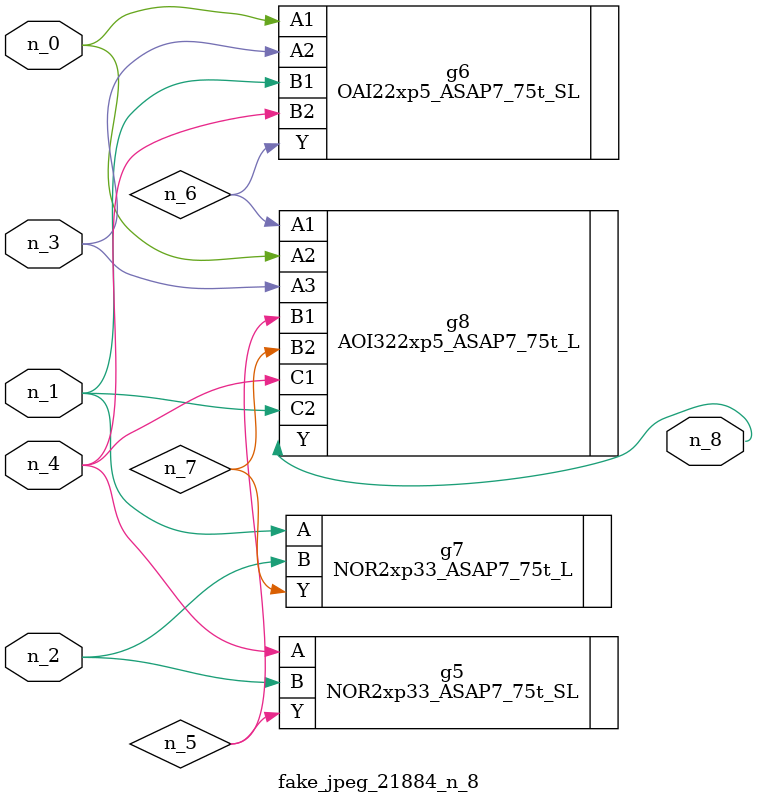
<source format=v>
module fake_jpeg_21884_n_8 (n_3, n_2, n_1, n_0, n_4, n_8);

input n_3;
input n_2;
input n_1;
input n_0;
input n_4;

output n_8;

wire n_6;
wire n_5;
wire n_7;

NOR2xp33_ASAP7_75t_SL g5 ( 
.A(n_4),
.B(n_2),
.Y(n_5)
);

OAI22xp5_ASAP7_75t_SL g6 ( 
.A1(n_0),
.A2(n_3),
.B1(n_1),
.B2(n_4),
.Y(n_6)
);

NOR2xp33_ASAP7_75t_L g7 ( 
.A(n_1),
.B(n_2),
.Y(n_7)
);

AOI322xp5_ASAP7_75t_L g8 ( 
.A1(n_6),
.A2(n_0),
.A3(n_3),
.B1(n_5),
.B2(n_7),
.C1(n_4),
.C2(n_1),
.Y(n_8)
);


endmodule
</source>
